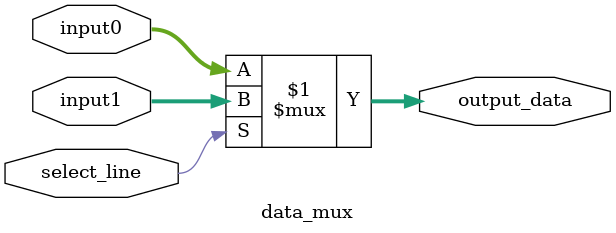
<source format=v>
`timescale 1ns / 1ps

module data_mux(
    input [31:0] input0,
    input [31:0] input1,
    input select_line,
    output [31:0] output_data
);
    assign output_data = select_line ? input1 : input0;
endmodule

</source>
